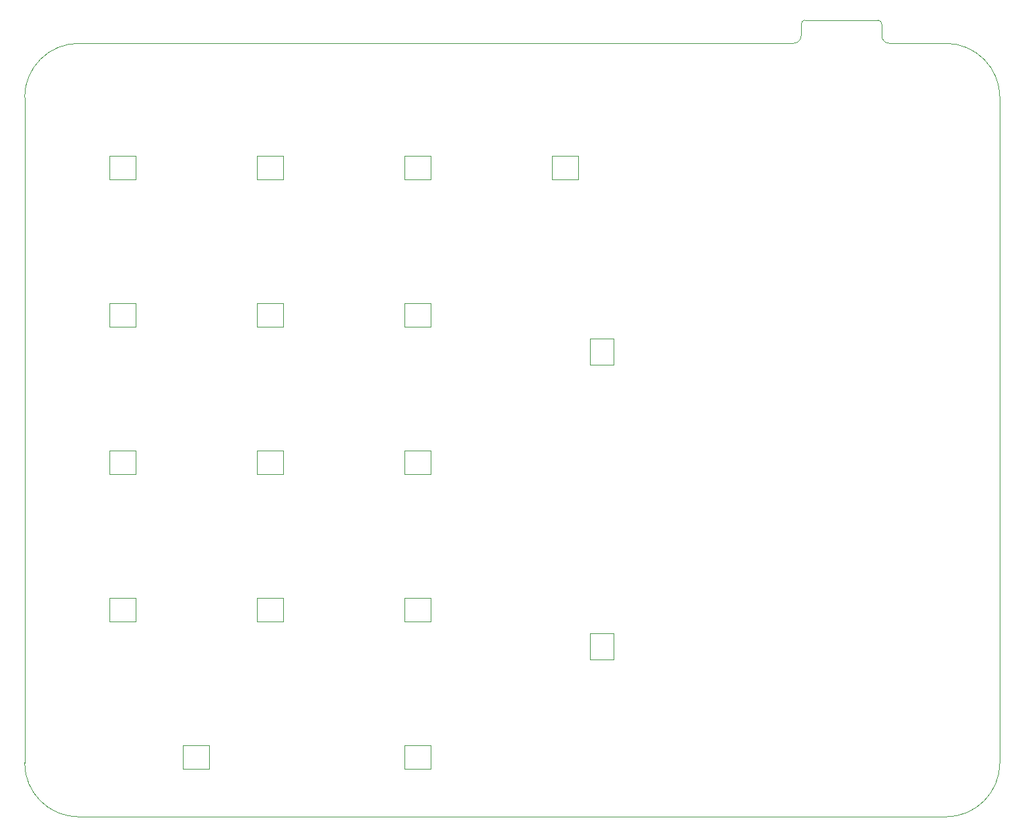
<source format=gbr>
G04 #@! TF.GenerationSoftware,KiCad,Pcbnew,(6.0.5)*
G04 #@! TF.CreationDate,2022-05-22T00:57:22-06:00*
G04 #@! TF.ProjectId,base,62617365-2e6b-4696-9361-645f70636258,rev?*
G04 #@! TF.SameCoordinates,Original*
G04 #@! TF.FileFunction,Profile,NP*
%FSLAX46Y46*%
G04 Gerber Fmt 4.6, Leading zero omitted, Abs format (unit mm)*
G04 Created by KiCad (PCBNEW (6.0.5)) date 2022-05-22 00:57:22*
%MOMM*%
%LPD*%
G01*
G04 APERTURE LIST*
G04 #@! TA.AperFunction,Profile*
%ADD10C,0.050000*%
G04 #@! TD*
G04 #@! TA.AperFunction,Profile*
%ADD11C,0.120000*%
G04 #@! TD*
G04 APERTURE END LIST*
D10*
X103900000Y-152993750D02*
X215856250Y-153000000D01*
X215856250Y-153000050D02*
G75*
G03*
X222856250Y-146000000I-50J7000050D01*
G01*
X222856250Y-60000000D02*
X222856250Y-146000000D01*
X222856200Y-60000000D02*
G75*
G03*
X215856250Y-53000000I-7000000J0D01*
G01*
X96900000Y-60000000D02*
X96900000Y-145993750D01*
X103900000Y-53000000D02*
G75*
G03*
X96900000Y-60000000I0J-7000000D01*
G01*
X96899950Y-145993750D02*
G75*
G03*
X103900000Y-152993750I7000050J50D01*
G01*
X207600000Y-52000000D02*
G75*
G03*
X208600000Y-53000000I1000000J0D01*
G01*
X207600000Y-52000000D02*
X207600000Y-50500000D01*
X207600000Y-50500000D02*
G75*
G03*
X207100000Y-50000000I-500000J0D01*
G01*
X197700000Y-50000000D02*
X207100000Y-50000000D01*
X208600000Y-53000000D02*
X215856250Y-53000000D01*
X196200000Y-53000000D02*
X103900000Y-53000000D01*
X197700000Y-50000000D02*
G75*
G03*
X197200000Y-50500000I0J-500000D01*
G01*
X196200000Y-53000000D02*
G75*
G03*
X197200000Y-52000000I0J1000000D01*
G01*
X197200000Y-52000000D02*
X197200000Y-50500000D01*
D11*
X168387500Y-70556250D02*
X168387500Y-67556250D01*
X164987500Y-67556250D02*
X164987500Y-70556250D01*
X164987500Y-70556250D02*
X168387500Y-70556250D01*
X168387500Y-67556250D02*
X164987500Y-67556250D01*
X120762500Y-146756250D02*
X120762500Y-143756250D01*
X117362500Y-146756250D02*
X120762500Y-146756250D01*
X120762500Y-143756250D02*
X117362500Y-143756250D01*
X117362500Y-143756250D02*
X117362500Y-146756250D01*
X126887500Y-70556250D02*
X130287500Y-70556250D01*
X130287500Y-67556250D02*
X126887500Y-67556250D01*
X130287500Y-70556250D02*
X130287500Y-67556250D01*
X126887500Y-67556250D02*
X126887500Y-70556250D01*
X149337500Y-86606250D02*
X145937500Y-86606250D01*
X145937500Y-86606250D02*
X145937500Y-89606250D01*
X149337500Y-89606250D02*
X149337500Y-86606250D01*
X145937500Y-89606250D02*
X149337500Y-89606250D01*
X107837500Y-86606250D02*
X107837500Y-89606250D01*
X107837500Y-89606250D02*
X111237500Y-89606250D01*
X111237500Y-89606250D02*
X111237500Y-86606250D01*
X111237500Y-86606250D02*
X107837500Y-86606250D01*
X130287500Y-86606250D02*
X126887500Y-86606250D01*
X126887500Y-86606250D02*
X126887500Y-89606250D01*
X130287500Y-89606250D02*
X130287500Y-86606250D01*
X126887500Y-89606250D02*
X130287500Y-89606250D01*
X126887500Y-108656250D02*
X130287500Y-108656250D01*
X130287500Y-105656250D02*
X126887500Y-105656250D01*
X130287500Y-108656250D02*
X130287500Y-105656250D01*
X126887500Y-105656250D02*
X126887500Y-108656250D01*
X111237500Y-124706250D02*
X107837500Y-124706250D01*
X111237500Y-127706250D02*
X111237500Y-124706250D01*
X107837500Y-127706250D02*
X111237500Y-127706250D01*
X107837500Y-124706250D02*
X107837500Y-127706250D01*
X149337500Y-127706250D02*
X149337500Y-124706250D01*
X149337500Y-124706250D02*
X145937500Y-124706250D01*
X145937500Y-124706250D02*
X145937500Y-127706250D01*
X145937500Y-127706250D02*
X149337500Y-127706250D01*
X149337500Y-108656250D02*
X149337500Y-105656250D01*
X149337500Y-105656250D02*
X145937500Y-105656250D01*
X145937500Y-105656250D02*
X145937500Y-108656250D01*
X145937500Y-108656250D02*
X149337500Y-108656250D01*
X130287500Y-127706250D02*
X130287500Y-124706250D01*
X130287500Y-124706250D02*
X126887500Y-124706250D01*
X126887500Y-127706250D02*
X130287500Y-127706250D01*
X126887500Y-124706250D02*
X126887500Y-127706250D01*
X107837500Y-108656250D02*
X111237500Y-108656250D01*
X111237500Y-108656250D02*
X111237500Y-105656250D01*
X107837500Y-105656250D02*
X107837500Y-108656250D01*
X111237500Y-105656250D02*
X107837500Y-105656250D01*
X172950000Y-132668750D02*
X172950000Y-129268750D01*
X169950000Y-129268750D02*
X169950000Y-132668750D01*
X172950000Y-129268750D02*
X169950000Y-129268750D01*
X169950000Y-132668750D02*
X172950000Y-132668750D01*
X169950000Y-91168750D02*
X169950000Y-94568750D01*
X172950000Y-91168750D02*
X169950000Y-91168750D01*
X172950000Y-94568750D02*
X172950000Y-91168750D01*
X169950000Y-94568750D02*
X172950000Y-94568750D01*
X149337500Y-146756250D02*
X149337500Y-143756250D01*
X145937500Y-143756250D02*
X145937500Y-146756250D01*
X145937500Y-146756250D02*
X149337500Y-146756250D01*
X149337500Y-143756250D02*
X145937500Y-143756250D01*
X145937500Y-67556250D02*
X145937500Y-70556250D01*
X145937500Y-70556250D02*
X149337500Y-70556250D01*
X149337500Y-70556250D02*
X149337500Y-67556250D01*
X149337500Y-67556250D02*
X145937500Y-67556250D01*
X107837500Y-70556250D02*
X111237500Y-70556250D01*
X111237500Y-70556250D02*
X111237500Y-67556250D01*
X111237500Y-67556250D02*
X107837500Y-67556250D01*
X107837500Y-67556250D02*
X107837500Y-70556250D01*
M02*

</source>
